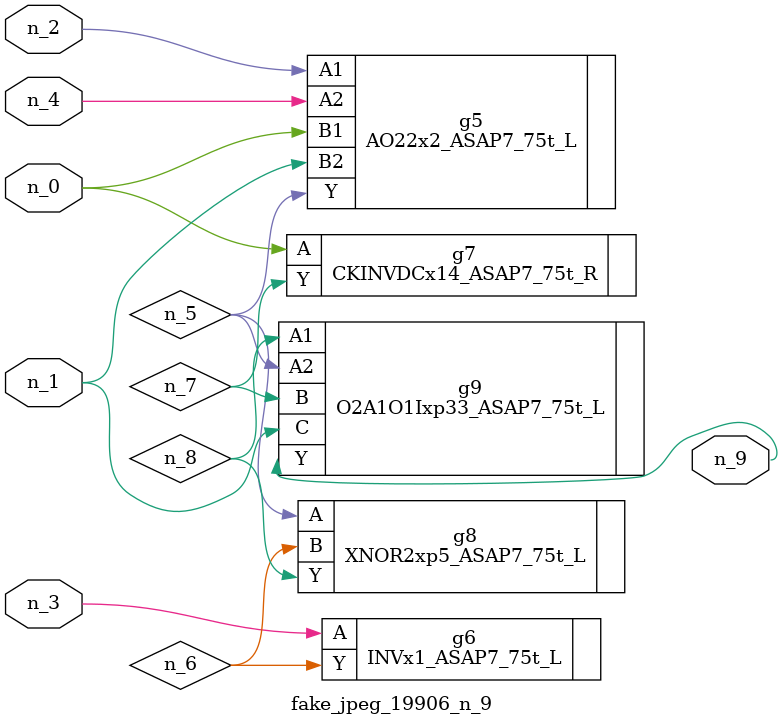
<source format=v>
module fake_jpeg_19906_n_9 (n_3, n_2, n_1, n_0, n_4, n_9);

input n_3;
input n_2;
input n_1;
input n_0;
input n_4;

output n_9;

wire n_8;
wire n_6;
wire n_5;
wire n_7;

AO22x2_ASAP7_75t_L g5 ( 
.A1(n_2),
.A2(n_4),
.B1(n_0),
.B2(n_1),
.Y(n_5)
);

INVx1_ASAP7_75t_L g6 ( 
.A(n_3),
.Y(n_6)
);

CKINVDCx14_ASAP7_75t_R g7 ( 
.A(n_0),
.Y(n_7)
);

XNOR2xp5_ASAP7_75t_L g8 ( 
.A(n_5),
.B(n_6),
.Y(n_8)
);

O2A1O1Ixp33_ASAP7_75t_L g9 ( 
.A1(n_8),
.A2(n_5),
.B(n_7),
.C(n_1),
.Y(n_9)
);


endmodule
</source>
